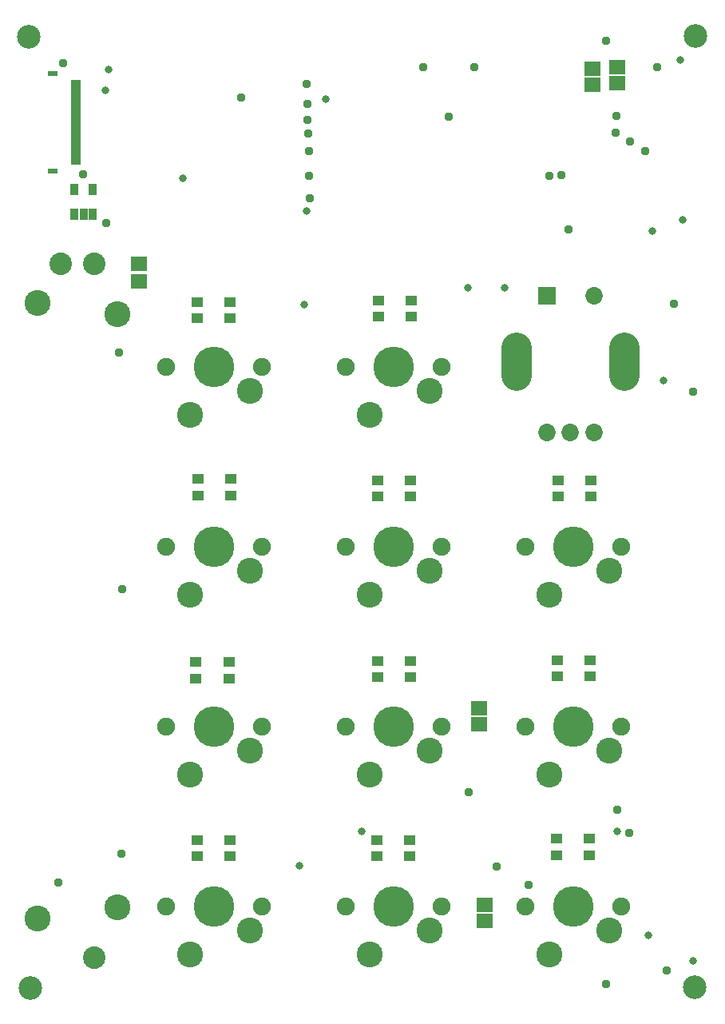
<source format=gbr>
G04 EAGLE Gerber RS-274X export*
G75*
%MOMM*%
%FSLAX34Y34*%
%LPD*%
%INSoldermask Top*%
%IPPOS*%
%AMOC8*
5,1,8,0,0,1.08239X$1,22.5*%
G01*
%ADD10C,4.303200*%
%ADD11C,2.503200*%
%ADD12C,1.903200*%
%ADD13C,2.743200*%
%ADD14R,1.203200X1.053200*%
%ADD15R,0.893200X1.193200*%
%ADD16C,2.753200*%
%ADD17C,2.387600*%
%ADD18R,1.703200X1.503200*%
%ADD19R,1.003200X0.603200*%
%ADD20R,1.003200X0.503200*%
%ADD21R,1.853200X1.853200*%
%ADD22C,1.853200*%
%ADD23C,3.203200*%
%ADD24C,0.959600*%
%ADD25C,0.809600*%


D10*
X469900Y88900D03*
X469900Y660400D03*
X660400Y88900D03*
X279400Y88900D03*
X279400Y469900D03*
X660400Y279400D03*
X469900Y279400D03*
X469900Y469900D03*
X279400Y279400D03*
X660400Y469900D03*
D11*
X789000Y3000D03*
X790000Y1011000D03*
X83000Y1010000D03*
D12*
X609600Y469900D03*
X330200Y279400D03*
X228600Y279400D03*
X711200Y469900D03*
X419100Y279400D03*
X419100Y469900D03*
X711200Y279400D03*
X609600Y279400D03*
X520700Y469900D03*
X330200Y88900D03*
X228600Y88900D03*
X228600Y469900D03*
X711200Y88900D03*
X609600Y88900D03*
X330200Y469900D03*
X419100Y660400D03*
X520700Y660400D03*
X419100Y88900D03*
X520700Y88900D03*
X520700Y279400D03*
D11*
X84100Y2700D03*
D13*
X317400Y635000D03*
X253900Y609600D03*
D12*
X330100Y660400D03*
X228500Y660400D03*
D10*
X279300Y660400D03*
D13*
X508000Y63500D03*
X444500Y38100D03*
D12*
X520700Y88900D03*
X419100Y88900D03*
D10*
X469900Y88900D03*
D13*
X508000Y635000D03*
X444500Y609600D03*
D12*
X520700Y660400D03*
X419100Y660400D03*
D10*
X469900Y660400D03*
D13*
X317500Y444500D03*
X254000Y419100D03*
D12*
X330200Y469900D03*
X228600Y469900D03*
D10*
X279400Y469900D03*
D13*
X508000Y444500D03*
X444500Y419100D03*
D12*
X520700Y469900D03*
X419100Y469900D03*
D10*
X469900Y469900D03*
D13*
X698500Y444500D03*
X635000Y419100D03*
D12*
X711200Y469900D03*
X609600Y469900D03*
D10*
X660400Y469900D03*
D13*
X317500Y254000D03*
X254000Y228600D03*
D12*
X330200Y279400D03*
X228600Y279400D03*
D10*
X279400Y279400D03*
D13*
X508000Y254000D03*
X444500Y228600D03*
D12*
X520700Y279400D03*
X419100Y279400D03*
D10*
X469900Y279400D03*
D13*
X698500Y254000D03*
X635000Y228600D03*
D12*
X711200Y279400D03*
X609600Y279400D03*
D10*
X660400Y279400D03*
D13*
X317500Y63500D03*
X254000Y38100D03*
D12*
X330200Y88900D03*
X228600Y88900D03*
D10*
X279400Y88900D03*
D14*
X261900Y541450D03*
X296900Y541450D03*
X261900Y523950D03*
X296900Y523950D03*
X261400Y729100D03*
X296400Y729100D03*
X261400Y711600D03*
X296400Y711600D03*
X453400Y730950D03*
X488400Y730950D03*
X453400Y713450D03*
X488400Y713450D03*
X452400Y540450D03*
X487400Y540450D03*
X452400Y522950D03*
X487400Y522950D03*
X643900Y540450D03*
X678900Y540450D03*
X643900Y522950D03*
X678900Y522950D03*
X259900Y347950D03*
X294900Y347950D03*
X259900Y330450D03*
X294900Y330450D03*
X452400Y348950D03*
X487400Y348950D03*
X452400Y331450D03*
X487400Y331450D03*
X642900Y349950D03*
X677900Y349950D03*
X642900Y332450D03*
X677900Y332450D03*
X260900Y159450D03*
X295900Y159450D03*
X260900Y141950D03*
X295900Y141950D03*
X451400Y159450D03*
X486400Y159450D03*
X451400Y141950D03*
X486400Y141950D03*
D13*
X698500Y63500D03*
X635000Y38100D03*
D12*
X711200Y88900D03*
X609600Y88900D03*
D10*
X660400Y88900D03*
D15*
X131200Y822300D03*
X140700Y822300D03*
X150200Y822300D03*
X150200Y848200D03*
X131200Y848200D03*
D16*
X176300Y716400D03*
X176300Y88363D03*
X92300Y728400D03*
X92300Y76363D03*
D17*
X151800Y34863D03*
X151800Y769900D03*
X116800Y769900D03*
D18*
X199700Y750900D03*
X199700Y769900D03*
D14*
X641900Y160450D03*
X676900Y160450D03*
X641900Y142950D03*
X676900Y142950D03*
D19*
X107700Y867400D03*
X107700Y971400D03*
D20*
X132700Y961900D03*
X132700Y956900D03*
X132700Y951900D03*
X132700Y946900D03*
X132700Y941900D03*
X132700Y936900D03*
X132700Y931900D03*
X132700Y926900D03*
X132700Y921900D03*
X132700Y916900D03*
X132700Y911900D03*
X132700Y906900D03*
X132700Y901900D03*
X132700Y896900D03*
X132700Y891900D03*
X132700Y886900D03*
X132700Y881900D03*
X132700Y876900D03*
D18*
X706600Y977900D03*
X706600Y960900D03*
X560000Y298500D03*
X560000Y281500D03*
X566000Y90500D03*
X566000Y73500D03*
D21*
X632000Y736000D03*
D22*
X682000Y736000D03*
X632000Y591000D03*
X657000Y591000D03*
X682000Y591000D03*
D23*
X600000Y651000D02*
X600000Y681000D01*
X714000Y681000D02*
X714000Y651000D01*
D18*
X680600Y975900D03*
X680600Y958900D03*
D24*
X707000Y191000D03*
X549000Y210000D03*
X748900Y977900D03*
X114300Y114300D03*
X119248Y982252D03*
X695000Y7000D03*
X140000Y864000D03*
X181000Y144500D03*
X182000Y424800D03*
X178000Y675500D03*
X578600Y131400D03*
D25*
X164084Y953516D03*
X167132Y975360D03*
X773176Y985012D03*
X739648Y57912D03*
X369824Y132080D03*
X435356Y168656D03*
X374396Y725932D03*
X377444Y824992D03*
X245872Y860044D03*
X397256Y943864D03*
X706628Y168656D03*
X776224Y815848D03*
X743712Y804164D03*
X587248Y743712D03*
X548132Y744220D03*
X786892Y30988D03*
X755396Y646176D03*
D24*
X719000Y167000D03*
X612861Y111715D03*
X165100Y812800D03*
X736000Y889000D03*
X767000Y727000D03*
X705000Y908000D03*
X720000Y899000D03*
X759100Y20700D03*
X787000Y634000D03*
X695000Y1006000D03*
X307734Y945416D03*
X377300Y960100D03*
X554700Y977900D03*
X378050Y938550D03*
X501000Y978000D03*
X378500Y922266D03*
X528300Y925100D03*
X379250Y907850D03*
X647700Y863600D03*
X379800Y888900D03*
X706100Y926100D03*
X380200Y862300D03*
X655300Y806100D03*
X380500Y838600D03*
X635100Y863000D03*
M02*

</source>
